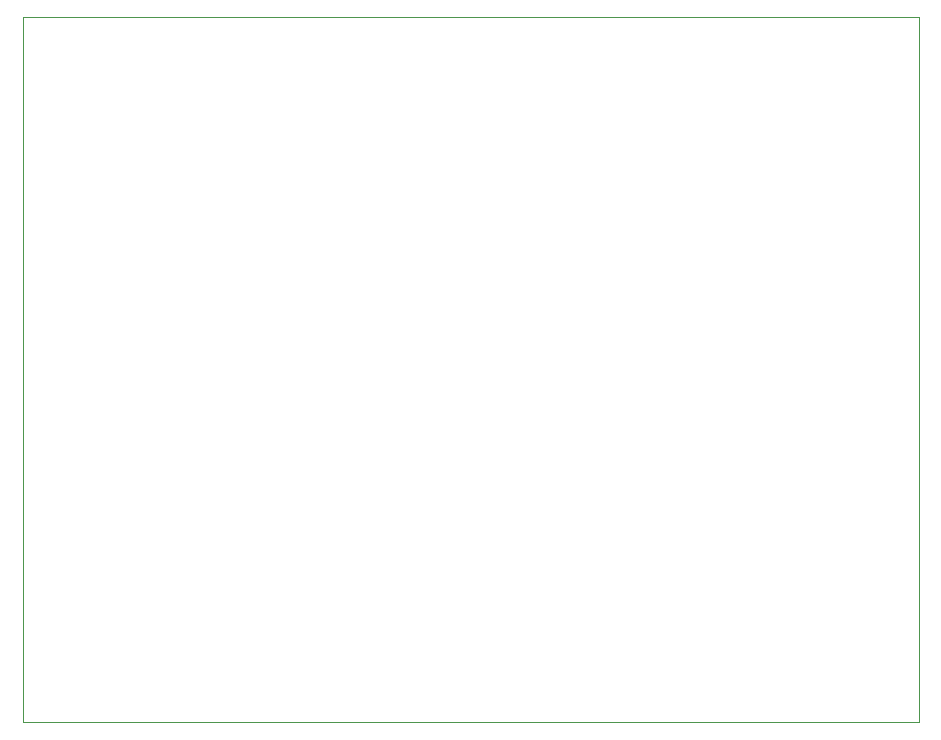
<source format=gbr>
%TF.GenerationSoftware,Altium Limited,Altium Designer,23.10.1 (27)*%
G04 Layer_Color=0*
%FSLAX45Y45*%
%MOMM*%
%TF.SameCoordinates,2F64780F-F911-4696-9FF2-54DBC27FC154*%
%TF.FilePolarity,Positive*%
%TF.FileFunction,Profile,NP*%
%TF.Part,Single*%
G01*
G75*
%TA.AperFunction,Profile*%
%ADD48C,0.02540*%
D48*
X2413000Y8000009D02*
Y2032000D01*
X10000005D01*
Y8000009D01*
X2413000D01*
%TF.MD5,6264f83f506ad6e6f4d8e6ff688b1c56*%
M02*

</source>
